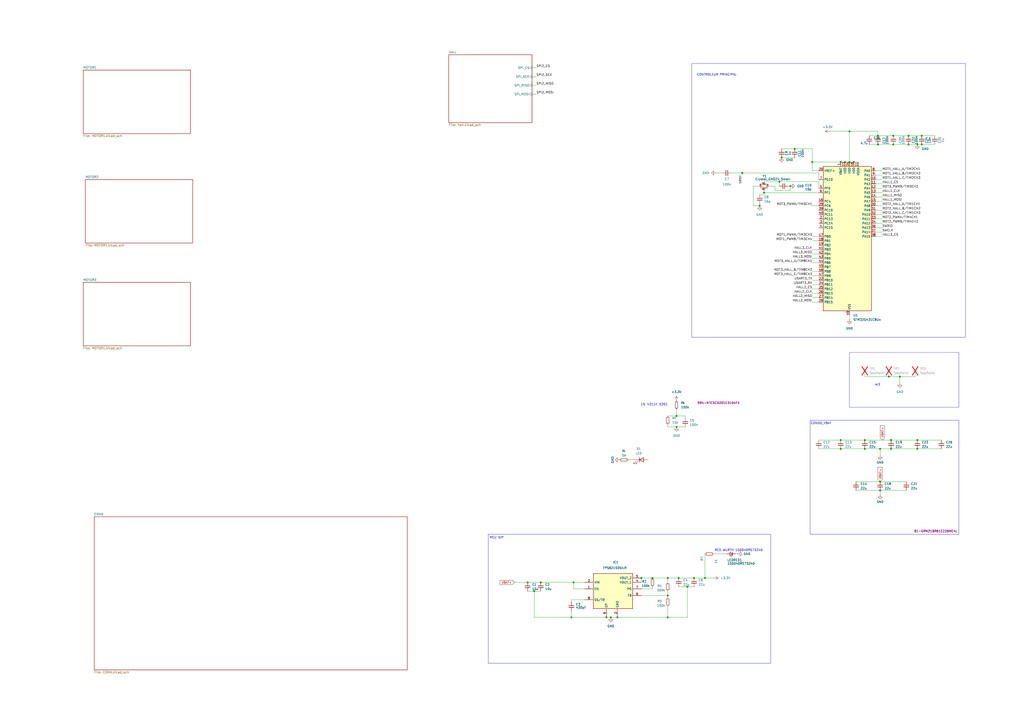
<source format=kicad_sch>
(kicad_sch (version 20250114) (generator "eeschema") (generator_version "9.0")
  (paper "A2")
  (lib_symbols
    (symbol "Connector:TestPoint" (pin_numbers (hide yes)) (pin_names (offset 0.762) (hide yes))
      (property "Reference" "TP" (at 0 6.858 0))
      (property "Value" "TestPoint" (at 0 5.08 0))
      (symbol "TestPoint_0_1"
        (circle (center 0 3.302) (radius 0.762))
      )
      (symbol "TestPoint_1_1"
        (pin passive line (at 0 0 90) (length 2.54) (name "1") (number "1"))
      )
    )
    (symbol "Device:C_Small" (pin_numbers (hide yes)) (pin_names (offset 0.254) (hide yes))
      (property "Reference" "C" (at 0.254 1.778 0))
      (property "Value" "C_Small" (at 0.254 -2.032 0))
      (symbol "C_Small_0_1"
        (polyline (pts (xy -1.524 0.508) (xy 1.524 0.508)) (stroke (width 0.3048)))
        (polyline (pts (xy -1.524 -0.508) (xy 1.524 -0.508)) (stroke (width 0.3302)))
      )
      (symbol "C_Small_1_1"
        (pin passive line (at 0 2.54 270) (length 2.032) (name "~") (number "1"))
        (pin passive line (at 0 -2.54 90) (length 2.032) (name "~") (number "2"))
      )
    )
    (symbol "Device:Crystal_GND24_Small" (pin_names (offset 1.016) (hide yes))
      (property "Reference" "Y" (at 1.27 4.445 0))
      (property "Value" "Crystal_GND24_Small" (at 1.27 2.54 0))
      (symbol "Crystal_GND24_Small_0_1"
        (polyline (pts (xy -1.27 1.27) (xy -1.27 1.905) (xy 1.27 1.905) (xy 1.27 1.27)))
        (polyline (pts (xy -1.27 -0.762) (xy -1.27 0.762)) (stroke (width 0.381)))
        (polyline (pts (xy -1.27 -1.27) (xy -1.27 -1.905) (xy 1.27 -1.905) (xy 1.27 -1.27)))
        (rectangle (start -0.762 -1.524) (end 0.762 1.524))
        (polyline (pts (xy 1.27 -0.762) (xy 1.27 0.762)) (stroke (width 0.381)))
      )
      (symbol "Crystal_GND24_Small_1_1"
        (pin passive line (at -2.54 0 0) (length 1.27) (name "1") (number "1"))
        (pin passive line (at 0 2.54 270) (length 0.635) (name "4") (number "4"))
        (pin passive line (at 0 -2.54 90) (length 0.635) (name "2") (number "2"))
        (pin passive line (at 2.54 0 180) (length 1.27) (name "3") (number "3"))
      )
    )
    (symbol "Device:LED" (pin_numbers (hide yes)) (pin_names (offset 1.016) (hide yes))
      (property "Reference" "D" (at 0 2.54 0))
      (property "Value" "LED" (at 0 -2.54 0))
      (symbol "LED_0_1"
        (polyline (pts (xy -3.048 -0.762) (xy -4.572 -2.286) (xy -3.81 -2.286) (xy -4.572 -2.286) (xy -4.572 -1.524)))
        (polyline (pts (xy -1.778 -0.762) (xy -3.302 -2.286) (xy -2.54 -2.286) (xy -3.302 -2.286) (xy -3.302 -1.524)))
        (polyline (pts (xy -1.27 0) (xy 1.27 0)))
        (polyline (pts (xy -1.27 -1.27) (xy -1.27 1.27)) (stroke (width 0.254)))
        (polyline (pts (xy 1.27 -1.27) (xy 1.27 1.27) (xy -1.27 0) (xy 1.27 -1.27)) (stroke (width 0.254)))
      )
      (symbol "LED_1_1"
        (pin passive line (at -3.81 0 0) (length 2.54) (name "K") (number "1"))
        (pin passive line (at 3.81 0 180) (length 2.54) (name "A") (number "2"))
      )
    )
    (symbol "Device:R_Small" (pin_numbers (hide yes)) (pin_names (offset 0.254) (hide yes))
      (property "Reference" "R" (at 0 0 90))
      (property "Value" "R_Small" (at 1.778 0 90))
      (symbol "R_Small_0_1"
        (rectangle (start -0.762 1.778) (end 0.762 -1.778) (stroke (width 0.2032)))
      )
      (symbol "R_Small_1_1"
        (pin passive line (at 0 2.54 270) (length 0.762) (name "~") (number "1"))
        (pin passive line (at 0 -2.54 90) (length 0.762) (name "~") (number "2"))
      )
    )
    (symbol "LED_Small_2" (pin_numbers (hide yes)) (pin_names (offset 0.254) (hide yes))
      (property "Reference" "D" (at -1.27 3.175 0))
      (property "Value" "LED_Small" (at -4.445 -2.54 0))
      (symbol "LED_Small_2_0_1"
        (polyline (pts (xy -0.762 -1.016) (xy -0.762 1.016)) (stroke (width 0.254)))
        (polyline (pts (xy 0 0.762) (xy -0.508 1.27) (xy -0.254 1.27) (xy -0.508 1.27) (xy -0.508 1.016)))
        (polyline (pts (xy 0.508 1.27) (xy 0 1.778) (xy 0.254 1.778) (xy 0 1.778) (xy 0 1.524)))
        (polyline (pts (xy 0.762 -1.016) (xy -0.762 0) (xy 0.762 1.016) (xy 0.762 -1.016)) (stroke (width 0.254)))
        (polyline (pts (xy 1.016 0) (xy -0.762 0)))
      )
      (symbol "LED_Small_2_1_1"
        (pin passive line (at -2.54 0 0) (length 1.778) (name "K") (number "1"))
        (pin passive line (at 2.54 0 180) (length 1.778) (name "A") (number "2"))
      )
    )
    (symbol "MCU_ST_STM32G4:STM32G431CBUx"
      (property "Reference" "U" (at -12.7 44.45 0))
      (property "Value" "STM32G431CBUx" (at 10.16 44.45 0))
      (symbol "STM32G431CBUx_0_1"
        (rectangle (start -12.7 -40.64) (end 15.24 43.18) (stroke (width 0.254)) (fill (type background)))
      )
      (symbol "STM32G431CBUx_1_1"
        (pin input line (at -15.24 40.64 0) (length 2.54) (name "VREF+") (number "20"))
        (pin bidirectional line (at -15.24 35.56 0) (length 2.54) (name "PG10") (number "7"))
        (pin bidirectional line (at -15.24 30.48 0) (length 2.54) (name "PF0") (number "5"))
        (pin bidirectional line (at -15.24 27.94 0) (length 2.54) (name "PF1") (number "6"))
        (pin bidirectional line (at -15.24 22.86 0) (length 2.54) (name "PC4") (number "16"))
        (pin bidirectional line (at -15.24 20.32 0) (length 2.54) (name "PC6") (number "29"))
        (pin bidirectional line (at -15.24 17.78 0) (length 2.54) (name "PC10") (number "39"))
        (pin bidirectional line (at -15.24 15.24 0) (length 2.54) (name "PC11") (number "40"))
        (pin bidirectional line (at -15.24 12.7 0) (length 2.54) (name "PC13") (number "2"))
        (pin bidirectional line (at -15.24 10.16 0) (length 2.54) (name "PC14") (number "3"))
        (pin bidirectional line (at -15.24 7.62 0) (length 2.54) (name "PC15") (number "4"))
        (pin bidirectional line (at -15.24 2.54 0) (length 2.54) (name "PB0") (number "17"))
        (pin bidirectional line (at -15.24 0 0) (length 2.54) (name "PB1") (number "18"))
        (pin bidirectional line (at -15.24 -2.54 0) (length 2.54) (name "PB2") (number "19"))
        (pin bidirectional line (at -15.24 -5.08 0) (length 2.54) (name "PB3") (number "41"))
        (pin bidirectional line (at -15.24 -7.62 0) (length 2.54) (name "PB4") (number "42"))
        (pin bidirectional line (at -15.24 -10.16 0) (length 2.54) (name "PB5") (number "43"))
        (pin bidirectional line (at -15.24 -12.7 0) (length 2.54) (name "PB6") (number "44"))
        (pin bidirectional line (at -15.24 -15.24 0) (length 2.54) (name "PB7") (number "45"))
        (pin bidirectional line (at -15.24 -17.78 0) (length 2.54) (name "PB8") (number "46"))
        (pin bidirectional line (at -15.24 -20.32 0) (length 2.54) (name "PB9") (number "47"))
        (pin bidirectional line (at -15.24 -22.86 0) (length 2.54) (name "PB10") (number "22"))
        (pin bidirectional line (at -15.24 -25.4 0) (length 2.54) (name "PB11") (number "24"))
        (pin bidirectional line (at -15.24 -27.94 0) (length 2.54) (name "PB12") (number "25"))
        (pin bidirectional line (at -15.24 -30.48 0) (length 2.54) (name "PB13") (number "26"))
        (pin bidirectional line (at -15.24 -33.02 0) (length 2.54) (name "PB14") (number "27"))
        (pin bidirectional line (at -15.24 -35.56 0) (length 2.54) (name "PB15") (number "28"))
        (pin power_in line (at -2.54 45.72 270) (length 2.54) (name "VBAT") (number "1"))
        (pin power_in line (at 0 45.72 270) (length 2.54) (name "VDD") (number "23"))
        (pin power_in line (at 2.54 45.72 270) (length 2.54) (name "VDD") (number "35"))
        (pin power_in line (at 2.54 -43.18 90) (length 2.54) (name "VSS") (number "49"))
        (pin power_in line (at 5.08 45.72 270) (length 2.54) (name "VDD") (number "48"))
        (pin power_in line (at 7.62 45.72 270) (length 2.54) (name "VDDA") (number "21"))
        (pin bidirectional line (at 17.78 40.64 180) (length 2.54) (name "PA0") (number "8"))
        (pin bidirectional line (at 17.78 38.1 180) (length 2.54) (name "PA1") (number "9"))
        (pin bidirectional line (at 17.78 35.56 180) (length 2.54) (name "PA2") (number "10"))
        (pin bidirectional line (at 17.78 33.02 180) (length 2.54) (name "PA3") (number "11"))
        (pin bidirectional line (at 17.78 30.48 180) (length 2.54) (name "PA4") (number "12"))
        (pin bidirectional line (at 17.78 27.94 180) (length 2.54) (name "PA5") (number "13"))
        (pin bidirectional line (at 17.78 25.4 180) (length 2.54) (name "PA6") (number "14"))
        (pin bidirectional line (at 17.78 22.86 180) (length 2.54) (name "PA7") (number "15"))
        (pin bidirectional line (at 17.78 20.32 180) (length 2.54) (name "PA8") (number "30"))
        (pin bidirectional line (at 17.78 17.78 180) (length 2.54) (name "PA9") (number "31"))
        (pin bidirectional line (at 17.78 15.24 180) (length 2.54) (name "PA10") (number "32"))
        (pin bidirectional line (at 17.78 12.7 180) (length 2.54) (name "PA11") (number "33"))
        (pin bidirectional line (at 17.78 10.16 180) (length 2.54) (name "PA12") (number "34"))
        (pin bidirectional line (at 17.78 7.62 180) (length 2.54) (name "PA13") (number "36"))
        (pin bidirectional line (at 17.78 5.08 180) (length 2.54) (name "PA14") (number "37"))
        (pin bidirectional line (at 17.78 2.54 180) (length 2.54) (name "PA15") (number "38"))
      )
    )
    (symbol "R_Small_1" (pin_numbers (hide yes)) (pin_names (offset 0.254) (hide yes))
      (property "Reference" "R" (at 0 0 90))
      (property "Value" "R_Small" (at 1.778 0 90))
      (symbol "R_Small_1_0_1"
        (rectangle (start -0.762 1.778) (end 0.762 -1.778) (stroke (width 0.2032)))
      )
      (symbol "R_Small_1_1_1"
        (pin passive line (at 0 2.54 270) (length 0.762) (name "~") (number "1"))
        (pin passive line (at 0 -2.54 90) (length 0.762) (name "~") (number "2"))
      )
    )
    (symbol "power:+3.3V" (power) (pin_numbers (hide yes)) (pin_names (offset 0) (hide yes))
      (property "Value" "+3.3V" (at 0 3.556 0))
      (symbol "+3.3V_0_1"
        (polyline (pts (xy -0.762 1.27) (xy 0 2.54)))
        (polyline (pts (xy 0 2.54) (xy 0.762 1.27)))
        (polyline (pts (xy 0 0) (xy 0 2.54)))
      )
      (symbol "+3.3V_1_1"
        (pin power_in line (at 0 0 90) (length 0) (name "~") (number "1"))
      )
    )
    (symbol "power:GND" (power) (pin_numbers (hide yes)) (pin_names (offset 0) (hide yes))
      (property "Value" "GND" (at 0 -3.81 0))
      (symbol "GND_0_1"
        (polyline (pts (xy 0 0) (xy 0 -1.27) (xy 1.27 -1.27) (xy 0 -2.54) (xy -1.27 -1.27) (xy 0 -1.27)))
      )
      (symbol "GND_1_1"
        (pin power_in line (at 0 0 270) (length 0) (name "~") (number "1"))
      )
    )
    (symbol "samacsys:TPS82150SILR"
      (property "Reference" "IC" (at 29.21 7.62 0))
      (property "Value" "TPS82150SILR" (at 29.21 5.08 0))
      (symbol "TPS82150SILR_1_1"
        (rectangle (start 3.81 5.08) (end 26.67 -15.24) (stroke (width 0.254)) (fill (type background)))
        (pin passive line (at -1.27 0 0) (length 5.08) (name "VIN") (number "2"))
        (pin passive line (at -1.27 -3.81 0) (length 5.08) (name "EN") (number "1"))
        (pin passive line (at -1.27 -10.16 0) (length 5.08) (name "SS/TR") (number "8"))
        (pin passive line (at 11.43 -20.32 90) (length 5.08) (name "EP") (number "9"))
        (pin passive line (at 17.78 -20.32 90) (length 5.08) (name "GND") (number "3"))
        (pin passive line (at 31.75 2.54 180) (length 5.08) (name "VOUT_2") (number "5"))
        (pin passive line (at 31.75 0 180) (length 5.08) (name "VOUT_1") (number "4"))
        (pin passive line (at 31.75 -3.81 180) (length 5.08) (name "PG") (number "7"))
        (pin passive line (at 31.75 -7.62 180) (length 5.08) (name "FB") (number "6"))
      )
    )
  )
  (rectangle (start 401.32 36.83) (end 560.07 195.58))
  (rectangle (start 492.76 204.47) (end 556.26 236.22))
  (rectangle (start 283.21 309.88) (end 447.04 384.81))
  (rectangle (start 469.9 243.84) (end 556.26 309.88))
  (text "RED WURTH 150040RS73240" (at 428.498 319.278 0) (effects (font (size 1.27 1.27))))
  (text "1% 4311K 0201" (at 379.476 234.696 0) (effects (font (size 1.27 1.27))))
  (text "CONDO_VBAT" (at 476.25 245.618 0) (effects (font (size 1.27 1.27))))
  (text "MCU SIP\n" (at 288.036 311.912 0) (effects (font (size 1.27 1.27))))
  (text "m3\n" (at 509.016 223.266 0) (effects (font (size 1.27 1.27))))
  (text "CONTROLEUR PRINCIPAL" (at 415.798 43.434 0) (effects (font (size 1.27 1.27))))
  (junction (at 492.76 93.98))
  (junction (at 532.13 83.82))
  (junction (at 487.68 93.98))
  (junction (at 402.59 335.28))
  (junction (at 453.39 91.44))
  (junction (at 309.88 342.9))
  (junction (at 495.3 93.98))
  (junction (at 518.16 78.74))
  (junction (at 501.65 255.27))
  (junction (at 516.89 255.27))
  (junction (at 501.65 260.35))
  (junction (at 461.01 86.36))
  (junction (at 331.47 358.14))
  (junction (at 332.74 337.82))
  (junction (at 527.05 78.74))
  (junction (at 387.35 335.28))
  (junction (at 532.13 260.35))
  (junction (at 440.69 119.38))
  (junction (at 452.12 105.41))
  (junction (at 387.35 358.14))
  (junction (at 510.54 260.35))
  (junction (at 458.47 107.95))
  (junction (at 408.94 335.28))
  (junction (at 306.07 337.82))
  (junction (at 351.79 358.14))
  (junction (at 392.43 247.65))
  (junction (at 443.23 111.76))
  (junction (at 372.11 335.28))
  (junction (at 490.22 93.98))
  (junction (at 510.54 284.48))
  (junction (at 515.62 218.44))
  (junction (at 516.89 260.35))
  (junction (at 527.05 83.82))
  (junction (at 534.67 83.82))
  (junction (at 378.46 335.28))
  (junction (at 534.67 78.74))
  (junction (at 387.35 345.44))
  (junction (at 509.27 78.74))
  (junction (at 518.16 83.82))
  (junction (at 393.7 335.28))
  (junction (at 487.68 260.35))
  (junction (at 509.27 83.82))
  (junction (at 532.13 255.27))
  (junction (at 354.33 358.14))
  (junction (at 398.78 340.36))
  (junction (at 487.68 255.27))
  (junction (at 392.43 241.3))
  (junction (at 358.14 358.14))
  (junction (at 313.69 337.82))
  (junction (at 492.76 76.2))
  (junction (at 471.17 93.98))
  (junction (at 521.97 218.44))
  (junction (at 430.53 100.33))
  (junction (at 510.54 279.4))
  (wire (pts (xy 471.17 119.38) (xy 474.98 119.38)))
  (wire (pts (xy 510.54 260.35) (xy 510.54 264.16)))
  (wire (pts (xy 372.11 341.63) (xy 378.46 341.63)))
  (wire (pts (xy 402.59 335.28) (xy 408.94 335.28)))
  (wire (pts (xy 471.17 162.56) (xy 474.98 162.56)))
  (wire (pts (xy 408.94 335.28) (xy 414.02 335.28)))
  (wire (pts (xy 443.23 111.76) (xy 443.23 110.49)))
  (wire (pts (xy 471.17 172.72) (xy 474.98 172.72)))
  (wire (pts (xy 511.81 119.38) (xy 508 119.38)))
  (wire (pts (xy 510.54 284.48) (xy 525.78 284.48)))
  (wire (pts (xy 311.15 54.61) (xy 308.61 54.61)))
  (wire (pts (xy 495.3 93.98) (xy 497.84 93.98)))
  (wire (pts (xy 511.81 137.16) (xy 508 137.16)))
  (wire (pts (xy 492.76 182.88) (xy 492.76 185.42)))
  (wire (pts (xy 378.46 341.63) (xy 378.46 340.36)))
  (wire (pts (xy 471.17 93.98) (xy 487.68 93.98)))
  (wire (pts (xy 306.07 337.82) (xy 313.69 337.82)))
  (wire (pts (xy 511.81 114.3) (xy 508 114.3)))
  (wire (pts (xy 415.29 100.33) (xy 419.1 100.33)))
  (wire (pts (xy 311.15 39.37) (xy 308.61 39.37)))
  (wire (pts (xy 508 132.08) (xy 511.81 132.08)))
  (wire (pts (xy 515.62 218.44) (xy 521.97 218.44)))
  (wire (pts (xy 364.49 266.7) (xy 368.3 266.7)))
  (wire (pts (xy 501.65 260.35) (xy 510.54 260.35)))
  (wire (pts (xy 443.23 111.76) (xy 474.98 111.76)))
  (wire (pts (xy 474.98 105.41) (xy 474.98 109.22)))
  (wire (pts (xy 398.78 340.36) (xy 398.78 358.14)))
  (wire (pts (xy 471.17 167.64) (xy 474.98 167.64)))
  (wire (pts (xy 527.05 83.82) (xy 532.13 83.82)))
  (wire (pts (xy 372.11 335.28) (xy 372.11 337.82)))
  (wire (pts (xy 398.78 340.36) (xy 393.7 340.36)))
  (wire (pts (xy 372.11 335.28) (xy 378.46 335.28)))
  (wire (pts (xy 387.35 345.44) (xy 387.35 346.71)))
  (wire (pts (xy 440.69 107.95) (xy 436.88 107.95)))
  (wire (pts (xy 387.35 246.38) (xy 387.35 247.65)))
  (wire (pts (xy 308.61 44.45) (xy 311.15 44.45)))
  (wire (pts (xy 532.13 255.27) (xy 546.1 255.27)))
  (wire (pts (xy 471.17 170.18) (xy 474.98 170.18)))
  (wire (pts (xy 387.35 335.28) (xy 387.35 337.82)))
  (wire (pts (xy 309.88 342.9) (xy 313.69 342.9)))
  (wire (pts (xy 354.33 358.14) (xy 358.14 358.14)))
  (wire (pts (xy 510.54 260.35) (xy 516.89 260.35)))
  (wire (pts (xy 471.17 149.86) (xy 474.98 149.86)))
  (wire (pts (xy 481.33 76.2) (xy 492.76 76.2)))
  (wire (pts (xy 313.69 337.82) (xy 332.74 337.82)))
  (wire (pts (xy 532.13 260.35) (xy 546.1 260.35)))
  (wire (pts (xy 509.27 76.2) (xy 509.27 78.74)))
  (wire (pts (xy 516.89 255.27) (xy 532.13 255.27)))
  (wire (pts (xy 424.18 100.33) (xy 430.53 100.33)))
  (wire (pts (xy 492.76 93.98) (xy 495.3 93.98)))
  (wire (pts (xy 511.81 106.68) (xy 508 106.68)))
  (wire (pts (xy 471.17 160.02) (xy 474.98 160.02)))
  (wire (pts (xy 445.77 107.95) (xy 449.58 107.95)))
  (wire (pts (xy 518.16 78.74) (xy 527.05 78.74)))
  (wire (pts (xy 430.53 101.6) (xy 430.53 100.33)))
  (wire (pts (xy 511.81 109.22) (xy 508 109.22)))
  (wire (pts (xy 443.23 113.03) (xy 443.23 111.76)))
  (wire (pts (xy 458.47 110.49) (xy 458.47 107.95)))
  (wire (pts (xy 504.19 83.82) (xy 509.27 83.82)))
  (wire (pts (xy 331.47 358.14) (xy 351.79 358.14)))
  (wire (pts (xy 532.13 83.82) (xy 534.67 83.82)))
  (wire (pts (xy 426.72 321.31) (xy 427.99 321.31)))
  (wire (pts (xy 487.68 260.35) (xy 501.65 260.35)))
  (wire (pts (xy 331.47 347.98) (xy 339.09 347.98)))
  (wire (pts (xy 331.47 354.33) (xy 331.47 358.14)))
  (wire (pts (xy 436.88 107.95) (xy 436.88 119.38)))
  (wire (pts (xy 511.81 129.54) (xy 508 129.54)))
  (wire (pts (xy 534.67 78.74) (xy 542.29 78.74)))
  (wire (pts (xy 511.81 104.14) (xy 508 104.14)))
  (wire (pts (xy 471.17 147.32) (xy 474.98 147.32)))
  (wire (pts (xy 309.88 358.14) (xy 309.88 342.9)))
  (wire (pts (xy 449.58 110.49) (xy 458.47 110.49)))
  (wire (pts (xy 351.79 358.14) (xy 354.33 358.14)))
  (wire (pts (xy 393.7 335.28) (xy 402.59 335.28)))
  (wire (pts (xy 387.35 345.44) (xy 387.35 342.9)))
  (wire (pts (xy 527.05 78.74) (xy 534.67 78.74)))
  (wire (pts (xy 471.17 157.48) (xy 474.98 157.48)))
  (wire (pts (xy 510.54 284.48) (xy 510.54 287.02)))
  (wire (pts (xy 511.81 99.06) (xy 508 99.06)))
  (wire (pts (xy 510.54 279.4) (xy 525.78 279.4)))
  (wire (pts (xy 387.35 335.28) (xy 393.7 335.28)))
  (wire (pts (xy 449.58 107.95) (xy 449.58 110.49)))
  (wire (pts (xy 408.94 321.31) (xy 408.94 335.28)))
  (wire (pts (xy 521.97 218.44) (xy 521.97 222.25)))
  (wire (pts (xy 501.65 255.27) (xy 516.89 255.27)))
  (wire (pts (xy 414.02 321.31) (xy 421.64 321.31)))
  (wire (pts (xy 471.17 137.16) (xy 474.98 137.16)))
  (wire (pts (xy 358.14 358.14) (xy 387.35 358.14)))
  (wire (pts (xy 490.22 93.98) (xy 492.76 93.98)))
  (wire (pts (xy 471.17 152.4) (xy 474.98 152.4)))
  (wire (pts (xy 309.88 358.14) (xy 331.47 358.14)))
  (wire (pts (xy 474.98 99.06) (xy 471.17 99.06)))
  (wire (pts (xy 471.17 139.7) (xy 474.98 139.7)))
  (wire (pts (xy 331.47 349.25) (xy 331.47 347.98)))
  (wire (pts (xy 387.35 358.14) (xy 387.35 351.79)))
  (wire (pts (xy 509.27 83.82) (xy 518.16 83.82)))
  (wire (pts (xy 471.17 86.36) (xy 461.01 86.36)))
  (wire (pts (xy 492.76 76.2) (xy 492.76 93.98)))
  (wire (pts (xy 457.2 107.95) (xy 458.47 107.95)))
  (wire (pts (xy 392.43 241.3) (xy 392.43 237.49)))
  (wire (pts (xy 452.12 105.41) (xy 452.12 107.95)))
  (wire (pts (xy 440.69 113.03) (xy 443.23 113.03)))
  (wire (pts (xy 511.81 116.84) (xy 508 116.84)))
  (wire (pts (xy 453.39 91.44) (xy 461.01 91.44)))
  (wire (pts (xy 387.35 247.65) (xy 392.43 247.65)))
  (wire (pts (xy 487.68 255.27) (xy 501.65 255.27)))
  (wire (pts (xy 392.43 247.65) (xy 397.51 247.65)))
  (wire (pts (xy 402.59 340.36) (xy 398.78 340.36)))
  (wire (pts (xy 471.17 99.06) (xy 471.17 93.98)))
  (wire (pts (xy 474.98 255.27) (xy 487.68 255.27)))
  (wire (pts (xy 332.74 341.63) (xy 332.74 337.82)))
  (wire (pts (xy 471.17 144.78) (xy 474.98 144.78)))
  (wire (pts (xy 511.81 111.76) (xy 508 111.76)))
  (wire (pts (xy 443.23 105.41) (xy 452.12 105.41)))
  (wire (pts (xy 397.51 241.3) (xy 392.43 241.3)))
  (wire (pts (xy 311.15 49.53) (xy 308.61 49.53)))
  (wire (pts (xy 511.81 121.92) (xy 508 121.92)))
  (wire (pts (xy 378.46 335.28) (xy 387.35 335.28)))
  (wire (pts (xy 496.57 279.4) (xy 510.54 279.4)))
  (wire (pts (xy 471.17 175.26) (xy 474.98 175.26)))
  (wire (pts (xy 436.88 119.38) (xy 440.69 119.38)))
  (wire (pts (xy 487.68 93.98) (xy 490.22 93.98)))
  (wire (pts (xy 453.39 86.36) (xy 461.01 86.36)))
  (wire (pts (xy 511.81 127) (xy 508 127)))
  (wire (pts (xy 306.07 342.9) (xy 309.88 342.9)))
  (wire (pts (xy 298.45 337.82) (xy 306.07 337.82)))
  (wire (pts (xy 516.89 260.35) (xy 532.13 260.35)))
  (wire (pts (xy 518.16 83.82) (xy 527.05 83.82)))
  (wire (pts (xy 474.98 260.35) (xy 487.68 260.35)))
  (wire (pts (xy 534.67 83.82) (xy 542.29 83.82)))
  (wire (pts (xy 511.81 124.46) (xy 508 124.46)))
  (wire (pts (xy 397.51 241.3) (xy 397.51 242.57)))
  (wire (pts (xy 521.97 218.44) (xy 530.86 218.44)))
  (wire (pts (xy 509.27 78.74) (xy 518.16 78.74)))
  (wire (pts (xy 496.57 284.48) (xy 510.54 284.48)))
  (wire (pts (xy 504.19 78.74) (xy 509.27 78.74)))
  (wire (pts (xy 372.11 345.44) (xy 387.35 345.44)))
  (wire (pts (xy 440.69 118.11) (xy 440.69 119.38)))
  (wire (pts (xy 471.17 93.98) (xy 471.17 86.36)))
  (wire (pts (xy 387.35 241.3) (xy 392.43 241.3)))
  (wire (pts (xy 511.81 101.6) (xy 508 101.6)))
  (wire (pts (xy 492.76 76.2) (xy 509.27 76.2)))
  (wire (pts (xy 332.74 337.82) (xy 339.09 337.82)))
  (wire (pts (xy 452.12 105.41) (xy 474.98 105.41)))
  (wire (pts (xy 501.65 218.44) (xy 515.62 218.44)))
  (wire (pts (xy 474.98 100.33) (xy 474.98 104.14)))
  (wire (pts (xy 398.78 358.14) (xy 387.35 358.14)))
  (wire (pts (xy 430.53 100.33) (xy 474.98 100.33)))
  (wire (pts (xy 511.81 134.62) (xy 508 134.62)))
  (wire (pts (xy 471.17 165.1) (xy 474.98 165.1)))
  (wire (pts (xy 339.09 341.63) (xy 332.74 341.63)))
  (label "HALL1_MISO" (at 511.81 114.3 0))
  (label "SPI2_MISO" (at 311.15 49.53 0))
  (label "HALL1_MOSI" (at 511.81 116.84 0))
  (label "MOT2_HALL_B{slash}TIM1CH2" (at 511.81 121.92 0))
  (label "HALL1_CS" (at 511.81 106.68 0))
  (label "SPI2_MOSI" (at 311.15 54.61 0))
  (label "MOT1_HALL_B{slash}TIM2CH2" (at 511.81 101.6 0))
  (label "MOT2_PWMA{slash}TIM4CH1" (at 511.81 127 0))
  (label "MOT1_PWMB{slash}TIM3CH4" (at 471.17 139.7 180))
  (label "MOT3_HALL_A{slash}TIM8CH1" (at 471.17 152.4 180))
  (label "HALL2_CLK" (at 471.17 170.18 180))
  (label "HALL2_CS" (at 471.17 167.64 180))
  (label "HALL2_MISO" (at 471.17 172.72 180))
  (label "MOT3_HALL_C{slash}TIM8CH3" (at 471.17 160.02 180))
  (label "MOT3_PWMB{slash}TIM3CH2" (at 511.81 109.22 0))
  (label "SPI2_CS" (at 311.15 39.37 0))
  (label "HALL3_CLK" (at 471.17 144.78 180))
  (label "HALL3_MISO" (at 471.17 147.32 180))
  (label "MOT1_HALL_C{slash}TIM2CH3" (at 511.81 104.14 0))
  (label "USART3_RX" (at 471.17 165.1 180))
  (label "HALL1_CLK" (at 511.81 111.76 0))
  (label "MOT1_HALL_A{slash}TIM2CH1" (at 511.81 99.06 0))
  (label "MOT3_PWMA{slash}TIM3CH1" (at 471.17 119.38 180))
  (label "SWCLK" (at 511.81 134.62 0))
  (label "SWDIO" (at 511.81 132.08 0))
  (label "NRST" (at 430.53 101.6 270))
  (label "USART3_TX" (at 471.17 162.56 180))
  (label "HALL2_MOSI" (at 471.17 175.26 180))
  (label "MOT2_PWMB{slash}TIM4CH2" (at 511.81 129.54 0))
  (label "SPI2_SCK" (at 311.15 44.45 0))
  (label "HALL3_MOSI" (at 471.17 149.86 180))
  (label "MOT1_PWMA{slash}TIM3CH3" (at 471.17 137.16 180))
  (label "HALL3_CS" (at 511.81 137.16 0))
  (label "MOT3_HALL_B{slash}TIM8CH2" (at 471.17 157.48 180))
  (label "MOT2_HALL_C{slash}TIM1CH3" (at 511.81 124.46 0))
  (label "MOT2_HALL_A{slash}TIM1CH1" (at 511.81 119.38 0))
  (global_label "VBAT+" (shape input) (at 510.54 279.4 90) (property "Intersheetrefs" "${INTERSHEET_REFS}" (effects (hide yes))))
  (global_label "VBAT+" (shape input) (at 511.81 255.27 90) (property "Intersheetrefs" "${INTERSHEET_REFS}" (effects (hide yes))))
  (global_label "VBAT+" (shape input) (at 298.45 337.82 180) (property "Intersheetrefs" "${INTERSHEET_REFS}" (effects (hide yes))))
  (symbol (lib_id "power:GND") (at 440.69 119.38 0) (unit 1)
    (property "Reference" "#PWR08" (effects (hide yes)))
    (property "Value" "GND" (at 440.69 124.46 0))
    (property "Description" "Power symbol creates a global label with name \"GND\" , ground" (effects (hide yes)))
  )
  (symbol (lib_id "power:GND") (at 415.29 100.33 270) (unit 1)
    (property "Reference" "#PWR05" (effects (hide yes)))
    (property "Value" "GND" (at 411.48 100.3299 90) (effects (justify right)))
    (property "Description" "Power symbol creates a global label with name \"GND\" , ground" (effects (hide yes)))
  )
  (symbol (lib_id "power:GND") (at 359.41 266.7 270) (unit 1)
    (property "Reference" "#PWR02" (effects (hide yes)))
    (property "Value" "GND" (at 355.346 266.7 0))
    (property "Description" "Power symbol creates a global label with name \"GND\" , ground" (effects (hide yes)))
  )
  (symbol (lib_id "Connector:TestPoint") (at 515.62 218.44 0) (unit 1) (dnp yes)
    (property "Reference" "TP2" (at 518.16 213.8679 0) (effects (justify left)))
    (property "Value" "TestPoint" (at 518.16 216.4079 0) (effects (justify left)))
    (property "Footprint" "samacsys:m3test" (effects (hide yes)))
    (property "Description" "test point" (effects (hide yes)))
  )
  (symbol (lib_id "Device:R_Small") (at 361.95 266.7 90) (unit 1)
    (property "Reference" "R1" (at 361.95 261.62 90) (effects (font (size 1.016 1.016))))
    (property "Value" "1k" (at 361.95 264.16 90))
    (property "Footprint" "Resistor_SMD:R_0201_0603Metric_Pad0.64x0.40mm_HandSolder" (effects (hide yes)))
    (property "Description" "Resistor, small symbol" (effects (hide yes)))
  )
  (symbol (lib_id "Connector:TestPoint") (at 530.86 218.44 0) (unit 1) (dnp yes)
    (property "Reference" "TP3" (at 533.4 213.8679 0) (effects (justify left)))
    (property "Value" "TestPoint" (at 533.4 216.4079 0) (effects (justify left)))
    (property "Footprint" "samacsys:m3test" (effects (hide yes)))
    (property "Description" "test point" (effects (hide yes)))
  )
  (symbol (lib_id "power:GND") (at 354.33 358.14 0) (unit 1)
    (property "Reference" "#PWR01" (effects (hide yes)))
    (property "Value" "GND" (at 354.33 363.22 0))
    (property "Description" "Power symbol creates a global label with name \"GND\" , ground" (effects (hide yes)))
  )
  (symbol (lib_id "Device:C_Small") (at 510.54 281.94 0) (unit 1)
    (property "Reference" "C18" (at 513.08 280.6762 0) (effects (justify left)))
    (property "Value" "22u" (at 513.08 283.2162 0) (effects (justify left)))
    (property "Footprint" "Capacitor_SMD:C_0805_2012Metric" (effects (hide yes)))
    (property "Description" "GRM21BR61A476ME15" (effects (hide yes)))
    (property "Manufacturer_Part_Number" "GRM21BR61E226ME4L" (effects (hide yes)))
    (property "Mouser Part Number" "81-GRM21BR61E226ME4L" (effects (hide yes)))
  )
  (symbol (lib_id "Device:C_Small") (at 306.07 340.36 0) (unit 1)
    (property "Reference" "C1" (at 308.61 339.0962 0) (effects (justify left)))
    (property "Value" "10u" (at 308.61 341.6362 0) (effects (justify left)))
    (property "Footprint" "Capacitor_SMD:C_0603_1608Metric" (effects (hide yes)))
    (property "Description" "Unpolarized capacitor, small symbol" (effects (hide yes)))
    (property "Manufacturer_Part_Number" "885012105012 " (effects (hide yes)))
    (property "Mouser Part Number" "710-885012105012 " (effects (hide yes)))
    (property "Manufacturer_Name" "Wurth Elektronik" (effects (hide yes)))
  )
  (symbol (lib_id "power:+3.3V") (at 414.02 335.28 270) (unit 1)
    (property "Reference" "#PWR06" (effects (hide yes)))
    (property "Value" "+3.3V" (at 417.83 335.2799 90) (effects (justify left)))
    (property "Description" "Power symbol creates a global label with name \"+3.3V\"" (effects (hide yes)))
  )
  (symbol (lib_id "Device:C_Small") (at 454.66 107.95 270) (unit 1)
    (property "Reference" "C10" (at 468.884 107.442 90))
    (property "Value" "16p" (at 468.884 109.728 90))
    (property "Footprint" "Capacitor_SMD:C_0402_1005Metric_Pad0.74x0.62mm_HandSolder" (effects (hide yes)))
    (property "Description" "Unpolarized capacitor, small symbol" (effects (hide yes)))
  )
  (symbol (lib_id "Device:C_Small") (at 518.16 81.28 180) (unit 1)
    (property "Reference" "C20" (at 522.224 81.28 90))
    (property "Value" "100n" (at 524.002 81.28 90))
    (property "Footprint" "Capacitor_SMD:C_0402_1005Metric_Pad0.74x0.62mm_HandSolder" (effects (hide yes)))
    (property "Description" "Unpolarized capacitor, small symbol" (effects (hide yes)))
  )
  (symbol (lib_id "power:GND") (at 427.99 321.31 90) (unit 1)
    (property "Reference" "#PWR07" (effects (hide yes)))
    (property "Value" "GND" (at 431.292 321.3099 90) (effects (justify right)))
    (property "Description" "Power symbol creates a global label with name \"GND\" , ground" (effects (hide yes)))
  )
  (symbol (lib_id "Device:C_Small") (at 440.69 115.57 0) (unit 1)
    (property "Reference" "C8" (at 443.23 114.3062 0) (effects (justify left)))
    (property "Value" "16p" (at 443.23 116.8462 0) (effects (justify left)))
    (property "Footprint" "Capacitor_SMD:C_0402_1005Metric_Pad0.74x0.62mm_HandSolder" (effects (hide yes)))
    (property "Description" "Unpolarized capacitor, small symbol" (effects (hide yes)))
  )
  (symbol (lib_id "Device:C_Small") (at 461.01 88.9 180) (unit 1)
    (property "Reference" "C11" (at 463.804 88.9 90))
    (property "Value" "100n" (at 465.582 88.9 90))
    (property "Footprint" "Capacitor_SMD:C_0402_1005Metric_Pad0.74x0.62mm_HandSolder" (effects (hide yes)))
    (property "Description" "Unpolarized capacitor, small symbol" (effects (hide yes)))
  )
  (symbol (lib_id "power:GND") (at 392.43 247.65 0) (unit 1)
    (property "Reference" "#PWR04" (effects (hide yes)))
    (property "Value" "GND" (at 392.43 252.73 0))
    (property "Description" "Power symbol creates a global label with name \"GND\" , ground" (effects (hide yes)))
  )
  (symbol (lib_id "power:GND") (at 458.47 107.95 90) (unit 1)
    (property "Reference" "#PWR010" (effects (hide yes)))
    (property "Value" "GND" (at 462.28 107.9499 90) (effects (justify right)))
    (property "Description" "Power symbol creates a global label with name \"GND\" , ground" (effects (hide yes)))
  )
  (symbol (lib_id "Device:C_Small") (at 516.89 257.81 0) (unit 1)
    (property "Reference" "C19" (at 519.43 256.5462 0) (effects (justify left)))
    (property "Value" "22u" (at 519.43 259.0862 0) (effects (justify left)))
    (property "Footprint" "Capacitor_SMD:C_0805_2012Metric" (effects (hide yes)))
    (property "Description" "GRM21BR61A476ME15" (effects (hide yes)))
    (property "Manufacturer_Part_Number" "GRM21BR61E226ME4L" (effects (hide yes)))
    (property "Mouser Part Number" "81-GRM21BR61E226ME4L" (effects (hide yes)))
  )
  (symbol (lib_id "Device:C_Small") (at 421.64 100.33 270) (unit 1)
    (property "Reference" "C7" (at 421.64 103.886 90))
    (property "Value" "100n" (at 421.64 106.934 90))
    (property "Footprint" "Capacitor_SMD:C_0402_1005Metric_Pad0.74x0.62mm_HandSolder" (effects (hide yes)))
    (property "Description" "Unpolarized capacitor, small symbol" (effects (hide yes)))
  )
  (symbol (lib_id "Device:C_Small") (at 501.65 257.81 0) (unit 1)
    (property "Reference" "C15" (at 504.19 256.5462 0) (effects (justify left)))
    (property "Value" "22u" (at 504.19 259.0862 0) (effects (justify left)))
    (property "Footprint" "Capacitor_SMD:C_0805_2012Metric" (effects (hide yes)))
    (property "Description" "GRM21BR61A476ME15" (effects (hide yes)))
    (property "Manufacturer_Part_Number" "GRM21BR61E226ME4L" (effects (hide yes)))
    (property "Mouser Part Number" "81-GRM21BR61E226ME4L" (at 542.798 308.102 0))
  )
  (symbol (lib_id "Device:C_Small") (at 527.05 81.28 180) (unit 1)
    (property "Reference" "C22" (at 529.844 81.28 90))
    (property "Value" "100n" (at 531.622 81.28 90))
    (property "Footprint" "Capacitor_SMD:C_0402_1005Metric_Pad0.74x0.62mm_HandSolder" (effects (hide yes)))
    (property "Description" "Unpolarized capacitor, small symbol" (effects (hide yes)))
  )
  (symbol (lib_id "Device:C_Small") (at 453.39 88.9 180) (unit 1)
    (property "Reference" "C9" (at 456.184 88.9 90))
    (property "Value" "1u" (at 457.962 88.9 90))
    (property "Footprint" "Capacitor_SMD:C_0402_1005Metric_Pad0.74x0.62mm_HandSolder" (effects (hide yes)))
    (property "Description" "Unpolarized capacitor, small symbol" (effects (hide yes)))
  )
  (symbol (lib_id "Device:C_Small") (at 509.27 81.28 180) (unit 1)
    (property "Reference" "C17" (at 512.826 81.534 90))
    (property "Value" "100n" (at 514.604 81.28 90))
    (property "Footprint" "Capacitor_SMD:C_0402_1005Metric_Pad0.74x0.62mm_HandSolder" (effects (hide yes)))
    (property "Description" "Unpolarized capacitor, small symbol" (effects (hide yes)))
  )
  (symbol (lib_id "Device:C_Small") (at 313.69 340.36 0) (unit 1)
    (property "Reference" "C2" (at 316.23 339.0962 0) (effects (justify left)))
    (property "Value" "10u" (at 316.23 341.6362 0) (effects (justify left)))
    (property "Footprint" "Capacitor_SMD:C_0603_1608Metric" (effects (hide yes)))
    (property "Description" "Unpolarized capacitor, small symbol" (effects (hide yes)))
    (property "Manufacturer_Part_Number" "885012105012 " (effects (hide yes)))
    (property "Mouser Part Number" "710-885012105012 " (effects (hide yes)))
    (property "Manufacturer_Name" "Wurth Elektronik" (effects (hide yes)))
  )
  (symbol (lib_id "Device:R_Small") (at 411.48 321.31 90) (unit 1)
    (property "Reference" "R7" (at 407.162 325.374 0) (effects (justify left)))
    (property "Value" "1k" (at 415.29 326.898 0) (effects (justify left)))
    (property "Footprint" "Resistor_SMD:R_0201_0603Metric" (effects (hide yes)))
    (property "Description" "Resistor, small symbol" (effects (hide yes)))
    (property "Manufacturer_Part_Number" "ERJ-1GNF1001C" (effects (hide yes)))
    (property "Mouser Part Number" " 667-ERJ-1GNF1001C" (effects (hide yes)))
    (property "Manufacturer_Name" "Panasonic" (effects (hide yes)))
  )
  (symbol (lib_id "Device:R_Small") (at 387.35 349.25 0) (unit 1)
    (property "Reference" "R5" (at 381.254 348.742 0) (effects (justify left)))
    (property "Value" "100k" (at 381 351.282 0) (effects (justify left)))
    (property "Footprint" "Resistor_SMD:R_0201_0603Metric" (effects (hide yes)))
    (property "Description" "Resistor, small symbol" (effects (hide yes)))
  )
  (symbol (lib_id "Device:C_Small") (at 542.29 81.28 180) (unit 1)
    (property "Reference" "C25" (at 545.084 81.28 90))
    (property "Value" "1u" (at 546.862 81.28 90))
    (property "Footprint" "Capacitor_SMD:C_0402_1005Metric_Pad0.74x0.62mm_HandSolder" (effects (hide yes)))
    (property "Description" "Unpolarized capacitor, small symbol" (effects (hide yes)))
  )
  (symbol (lib_id "power:GND") (at 521.97 222.25 0) (unit 1)
    (property "Reference" "#PWR015" (effects (hide yes)))
    (property "Value" "GND" (at 521.97 227.33 0))
    (property "Description" "Power symbol creates a global label with name \"GND\" , ground" (effects (hide yes)))
  )
  (symbol (lib_id "Device:C_Small") (at 331.47 351.79 0) (unit 1)
    (property "Reference" "C3" (at 334.01 350.5262 0) (effects (justify left)))
    (property "Value" "430pF" (at 334.01 352.425 0) (effects (justify left)))
    (property "Footprint" "Capacitor_SMD:C_0201_0603Metric" (effects (hide yes)))
    (property "Description" "Unpolarized capacitor, small symbol" (effects (hide yes)))
  )
  (symbol (lib_id "Device:C_Small") (at 532.13 257.81 0) (unit 1)
    (property "Reference" "C23" (at 534.67 256.5462 0) (effects (justify left)))
    (property "Value" "22u" (at 534.67 259.0862 0) (effects (justify left)))
    (property "Footprint" "Capacitor_SMD:C_0805_2012Metric" (effects (hide yes)))
    (property "Description" "GRM21BR61A476ME15" (effects (hide yes)))
    (property "Manufacturer_Part_Number" "GRM21BR61E226ME4L" (effects (hide yes)))
    (property "Mouser Part Number" "81-GRM21BR61E226ME4L" (effects (hide yes)))
  )
  (symbol (lib_id "power:+3.3V") (at 481.33 76.2 90) (unit 1)
    (property "Reference" "#PWR011" (effects (hide yes)))
    (property "Value" "+3.3V" (at 480.06 73.66 90))
    (property "Description" "Power symbol creates a global label with name \"+3.3V\"" (effects (hide yes)))
  )
  (symbol (lib_id "Device:C_Small") (at 525.78 281.94 0) (unit 1)
    (property "Reference" "C21" (at 528.32 280.6762 0) (effects (justify left)))
    (property "Value" "22u" (at 528.32 283.2162 0) (effects (justify left)))
    (property "Footprint" "Capacitor_SMD:C_0805_2012Metric" (effects (hide yes)))
    (property "Description" "GRM21BR61A476ME15" (effects (hide yes)))
    (property "Manufacturer_Part_Number" "GRM21BR61E226ME4L" (effects (hide yes)))
    (property "Mouser Part Number" "81-GRM21BR61E226ME4L" (effects (hide yes)))
  )
  (symbol (lib_id "Device:LED") (at 372.11 266.7 0) (unit 1)
    (property "Reference" "D1" (at 370.5225 260.35 0))
    (property "Value" "LED" (at 370.5225 262.89 0))
    (property "Footprint" "LED_SMD:LED_0402_1005Metric" (effects (hide yes)))
    (property "Description" "Light emitting diode" (effects (hide yes)))
    (property "Sim.Pins" "1=K 2=A" (effects (hide yes)))
  )
  (symbol (lib_id "Device:C_Small") (at 397.51 245.11 0) (unit 1)
    (property "Reference" "C5" (at 400.05 243.8462 0) (effects (justify left)))
    (property "Value" "100n" (at 400.05 246.3862 0) (effects (justify left)))
    (property "Footprint" "Capacitor_SMD:C_0201_0603Metric_Pad0.64x0.40mm_HandSolder" (effects (hide yes)))
    (property "Description" "Unpolarized capacitor, small symbol" (effects (hide yes)))
  )
  (symbol (lib_id "Device:R_Small") (at 387.35 243.84 0) (unit 1)
    (property "Reference" "R3" (at 389.89 242.5699 0) (effects (font (size 1.016 1.016)) (justify left)))
    (property "Value" "15k" (at 389.89 245.1099 0) (effects (justify left)))
    (property "Footprint" "Resistor_SMD:R_0201_0603Metric_Pad0.64x0.40mm_HandSolder" (effects (hide yes)))
    (property "Description" "Resistor, small symbol" (effects (hide yes)))
  )
  (symbol (lib_id "Device:C_Small") (at 496.57 281.94 0) (unit 1)
    (property "Reference" "C14" (at 499.11 280.6762 0) (effects (justify left)))
    (property "Value" "22u" (at 499.11 283.2162 0) (effects (justify left)))
    (property "Footprint" "Capacitor_SMD:C_0805_2012Metric" (effects (hide yes)))
    (property "Description" "GRM21BR61A476ME15" (effects (hide yes)))
    (property "Manufacturer_Part_Number" "GRM21BR61E226ME4L" (effects (hide yes)))
    (property "Mouser Part Number" "81-GRM21BR61E226ME4L" (effects (hide yes)))
  )
  (symbol (lib_name "R_Small_1") (lib_id "Device:R_Small") (at 387.35 340.36 0) (unit 1)
    (property "Reference" "R4" (at 381.254 339.852 0) (effects (justify left)))
    (property "Value" "309k" (at 381 342.392 0) (effects (justify left)))
    (property "Footprint" "Resistor_SMD:R_0201_0603Metric" (effects (hide yes)))
    (property "Description" "Resistor, small symbol" (effects (hide yes)))
  )
  (symbol (lib_id "Device:R_Small") (at 392.43 234.95 0) (unit 1)
    (property "Reference" "R6" (at 394.97 233.6799 0) (effects (font (size 1.016 1.016)) (justify left)))
    (property "Value" "100k" (at 394.97 236.2199 0) (effects (justify left)))
    (property "Footprint" "Resistor_SMD:R_0201_0603Metric_Pad0.64x0.40mm_HandSolder" (effects (hide yes)))
    (property "Description" "Resistor, small symbol" (effects (hide yes)))
    (property "Manufacturer_Part_Number" "NTCSC0201E3104FX" (effects (hide yes)))
    (property "Mouser Part Number" "594-NTCSC0201E3104FX" (at 416.814 233.68 0))
  )
  (symbol (lib_id "power:+3.3V") (at 392.43 232.41 0) (unit 1)
    (property "Reference" "#PWR03" (effects (hide yes)))
    (property "Value" "+3.3V" (at 392.43 227.33 0))
    (property "Description" "Power symbol creates a global label with name \"+3.3V\"" (effects (hide yes)))
  )
  (symbol (lib_id "Device:R_Small") (at 378.46 337.82 0) (unit 1)
    (property "Reference" "R2" (at 372.364 337.312 0) (effects (justify left)))
    (property "Value" "100k" (at 372.11 339.852 0) (effects (justify left)))
    (property "Footprint" "Resistor_SMD:R_0201_0603Metric" (effects (hide yes)))
    (property "Description" "Resistor, small symbol" (effects (hide yes)))
  )
  (symbol (lib_id "Connector:TestPoint") (at 501.65 218.44 0) (unit 1) (dnp yes)
    (property "Reference" "TP1" (at 504.19 213.8679 0) (effects (justify left)))
    (property "Value" "TestPoint" (at 504.19 216.4079 0) (effects (justify left)))
    (property "Footprint" "samacsys:m3test" (effects (hide yes)))
    (property "Description" "test point" (effects (hide yes)))
  )
  (symbol (lib_id "samacsys:TPS82150SILR") (at 340.36 337.82 0) (unit 1)
    (property "Reference" "IC1" (at 357.124 326.136 0))
    (property "Value" "TPS82150SILR" (at 356.616 329.438 0))
    (property "Footprint" "samacsys2:TPS82130SILT" (effects (hide yes)))
    (property "Datasheet" "https://componentsearchengine.com/Datasheets/2/TPS82150SILR.pdf" (effects (hide yes)))
    (property "Description" "17V Input 1A Synchronous Step-Down Converter MicroSiP Module With Integrated Inductor" (effects (hide yes)))
    (property "Height" "1" (effects (hide yes)))
    (property "Manufacturer_Name" "Texas Instruments" (effects (hide yes)))
    (property "Manufacturer_Part_Number" "TPS82150SILR" (effects (hide yes)))
    (property "Mouser Part Number" "595-TPS82150SILR" (effects (hide yes)))
    (property "Mouser Price/Stock" "https://www.mouser.co.uk/ProductDetail/Texas-Instruments/TPS82150SILR?qs=gt1LBUVyoHksxpRVOmIIkg%3D%3D" (effects (hide yes)))
    (property "Arrow Part Number" "TPS82150SILR" (effects (hide yes)))
    (property "Arrow Price/Stock" "https://www.arrow.com/en/products/tps82150silr/texas-instruments?region=nac" (effects (hide yes)))
  )
  (symbol (lib_id "power:GND") (at 510.54 287.02 0) (unit 1)
    (property "Reference" "#PWR014" (effects (hide yes)))
    (property "Value" "GND" (at 510.54 291.084 0))
    (property "Description" "Power symbol creates a global label with name \"GND\" , ground" (effects (hide yes)))
  )
  (symbol (lib_id "Device:C_Small") (at 402.59 337.82 0) (unit 1)
    (property "Reference" "C6" (at 405.13 336.5562 0) (effects (justify left)))
    (property "Value" "22u" (at 405.13 339.0962 0) (effects (justify left)))
    (property "Footprint" "Capacitor_SMD:C_0603_1608Metric" (effects (hide yes)))
    (property "Description" "Unpolarized capacitor, small symbol" (effects (hide yes)))
    (property "Manufacturer_Part_Number" "885012105012 " (effects (hide yes)))
    (property "Mouser Part Number" "710-885012105012 " (effects (hide yes)))
    (property "Manufacturer_Name" "Wurth Elektronik" (effects (hide yes)))
  )
  (symbol (lib_id "MCU_ST_STM32G4:STM32G431CBUx") (at 490.22 139.7 0) (unit 1)
    (property "Reference" "U1" (at 494.9541 182.88 0) (effects (justify left)))
    (property "Value" "STM32G431CBUx" (at 494.9541 185.42 0) (effects (justify left)))
    (property "Footprint" "Package_DFN_QFN:QFN-48-1EP_7x7mm_P0.5mm_EP5.6x5.6mm" (effects (hide yes)))
    (property "Datasheet" "https://www.st.com/resource/en/datasheet/stm32g431cb.pdf" (effects (hide yes)))
    (property "Description" "STMicroelectronics Arm Cortex-M4 MCU, 128KB flash, 32KB RAM, 170 MHz, 1.71-3.6V, 42 GPIO, UFQFPN48" (effects (hide yes)))
  )
  (symbol (lib_id "Device:C_Small") (at 393.7 337.82 0) (unit 1)
    (property "Reference" "C4" (at 396.24 336.5562 0) (effects (justify left)))
    (property "Value" "22u" (at 396.24 339.0962 0) (effects (justify left)))
    (property "Footprint" "Capacitor_SMD:C_0603_1608Metric" (effects (hide yes)))
    (property "Description" "Unpolarized capacitor, small symbol" (effects (hide yes)))
    (property "Manufacturer_Part_Number" "885012105012 " (effects (hide yes)))
    (property "Mouser Part Number" "710-885012105012 " (effects (hide yes)))
    (property "Manufacturer_Name" "Wurth Elektronik" (effects (hide yes)))
  )
  (symbol (lib_id "Device:C_Small") (at 546.1 257.81 0) (unit 1)
    (property "Reference" "C26" (at 548.64 256.5462 0) (effects (justify left)))
    (property "Value" "22u" (at 548.64 259.0862 0) (effects (justify left)))
    (property "Footprint" "Capacitor_SMD:C_0805_2012Metric" (effects (hide yes)))
    (property "Description" "GRM21BR61A476ME15" (effects (hide yes)))
    (property "Manufacturer_Part_Number" "GRM21BR61E226ME4L" (effects (hide yes)))
    (property "Mouser Part Number" "81-GRM21BR61E226ME4L" (effects (hide yes)))
  )
  (symbol (lib_id "power:GND") (at 453.39 91.44 0) (unit 1)
    (property "Reference" "#PWR09" (effects (hide yes)))
    (property "Value" "GND" (at 455.93 92.7099 0) (effects (justify left)))
    (property "Description" "Power symbol creates a global label with name \"GND\" , ground" (effects (hide yes)))
  )
  (symbol (lib_id "power:GND") (at 510.54 264.16 0) (unit 1)
    (property "Reference" "#PWR013" (effects (hide yes)))
    (property "Value" "GND" (at 510.54 268.224 0))
    (property "Description" "Power symbol creates a global label with name \"GND\" , ground" (effects (hide yes)))
  )
  (symbol (lib_name "LED_Small_2") (lib_id "Device:LED_Small") (at 424.18 321.31 180) (unit 1)
    (property "Reference" "LEDRED1" (at 421.894 324.866 0) (effects (justify right)))
    (property "Value" "150040RS73240" (at 421.894 326.898 0) (effects (justify right)))
    (property "Footprint" "LED_SMD:LED_0402_1005Metric" (effects (hide yes)))
    (property "Description" "Light emitting diode, small symbol" (effects (hide yes)))
    (property "Sim.Pin" "1=K 2=A" (effects (hide yes)))
    (property "Manufacturer_Name" "Wurth Elektronik" (effects (hide yes)))
    (property "Manufacturer_Part_Number" "150040RS73240" (effects (hide yes)))
    (property "Mouser Part Number" "710-150040RS73240" (effects (hide yes)))
  )
  (symbol (lib_id "power:GND") (at 532.13 83.82 0) (unit 1)
    (property "Reference" "#PWR016" (effects (hide yes)))
    (property "Value" "GND" (at 534.67 86.36 0) (effects (justify left)))
    (property "Description" "Power symbol creates a global label with name \"GND\" , ground" (effects (hide yes)))
  )
  (symbol (lib_id "Device:C_Small") (at 534.67 81.28 180) (unit 1)
    (property "Reference" "C24" (at 537.464 81.28 90))
    (property "Value" "10n" (at 539.242 81.28 90))
    (property "Footprint" "Capacitor_SMD:C_0402_1005Metric_Pad0.74x0.62mm_HandSolder" (effects (hide yes)))
    (property "Description" "Unpolarized capacitor, small symbol" (effects (hide yes)))
  )
  (symbol (lib_id "Device:C_Small") (at 487.68 257.81 0) (unit 1)
    (property "Reference" "C13" (at 490.22 256.5462 0) (effects (justify left)))
    (property "Value" "22u" (at 490.22 259.0862 0) (effects (justify left)))
    (property "Footprint" "Capacitor_SMD:C_0805_2012Metric" (effects (hide yes)))
    (property "Description" "GRM21BR61A476ME15" (effects (hide yes)))
    (property "Manufacturer_Part_Number" "GRM21BR61E226ME4L" (effects (hide yes)))
    (property "Mouser Part Number" "81-GRM21BR61E226ME4L" (effects (hide yes)))
  )
  (symbol (lib_id "power:GND") (at 492.76 185.42 0) (unit 1)
    (property "Reference" "#PWR012" (effects (hide yes)))
    (property "Value" "GND" (at 492.76 190.5 0))
    (property "Description" "Power symbol creates a global label with name \"GND\" , ground" (effects (hide yes)))
  )
  (symbol (lib_id "Device:C_Small") (at 504.19 81.28 0) (unit 1)
    (property "Reference" "C16" (at 506.73 80.0162 0) (effects (justify left)))
    (property "Value" "4.7u" (at 499.11 83.058 0) (effects (justify left)))
    (property "Footprint" "Capacitor_SMD:C_0402_1005Metric_Pad0.74x0.62mm_HandSolder" (effects (hide yes)))
    (property "Description" "Unpolarized capacitor, small symbol" (effects (hide yes)))
  )
  (symbol (lib_id "Device:Crystal_GND24_Small") (at 443.23 107.95 270) (unit 1)
    (property "Reference" "Y1" (at 443.484 102.108 90))
    (property "Value" "Crystal_GND24_Small" (at 448.31 103.886 90))
    (property "Footprint" "crystalmulticomp:MCSJK7U1200101080B10" (effects (hide yes)))
    (property "Description" "Four pin crystal, GND on pins 2 and 4, small symbol" (effects (hide yes)))
  )
  (symbol (lib_id "Device:C_Small") (at 474.98 257.81 0) (unit 1)
    (property "Reference" "C12" (at 477.52 256.5462 0) (effects (justify left)))
    (property "Value" "22u" (at 477.52 259.0862 0) (effects (justify left)))
    (property "Footprint" "Capacitor_SMD:C_0805_2012Metric" (effects (hide yes)))
    (property "Description" "GRM21BR61A476ME15" (effects (hide yes)))
    (property "Manufacturer_Part_Number" "GRM21BR61E226ME4L" (effects (hide yes)))
    (property "Mouser Part Number" "81-GRM21BR61E226ME4L" (effects (hide yes)))
  )
  (sheet (at 48.26 163.83) (size 62.23 36.83) (stroke (width 0.1524))
    (property "Sheetname" "MOTOR3" (at 48.26 163.1184 0) (effects (justify left bottom)))
    (property "Sheetfile" "MOTOR1.kicad_sch" (at 48.26 201.2446 0) (effects (justify left top)))
  )
  (sheet (at 49.53 104.14) (size 62.23 36.83) (stroke (width 0.1524))
    (property "Sheetname" "MOTOR2" (at 49.53 103.4284 0) (effects (justify left bottom)))
    (property "Sheetfile" "MOTOR1.kicad_sch" (at 49.53 141.5546 0) (effects (justify left top)))
  )
  (sheet (at 48.26 40.64) (size 62.23 36.83) (stroke (width 0.1524))
    (property "Sheetname" "MOTOR1" (at 48.26 39.9284 0) (effects (justify left bottom)))
    (property "Sheetfile" "MOTOR1.kicad_sch" (at 48.26 78.0546 0) (effects (justify left top)))
  )
  (sheet (at 260.35 31.75) (size 48.26 39.37) (stroke (width 0.1524))
    (property "Sheetname" "HALL" (at 260.35 31.0384 0) (effects (justify left bottom)))
    (property "Sheetfile" "hall.kicad_sch" (at 260.35 71.7046 0) (effects (justify left top)))
    (pin "SPI_CS" input (at 308.61 39.37 0))
    (pin "SPI_MISO" input (at 308.61 49.53 0))
    (pin "SPI_MOSI" input (at 308.61 54.61 0))
    (pin "SPI_SCK" input (at 308.61 44.45 0))
  )
  (sheet (at 54.61 299.72) (size 181.61 88.9) (stroke (width 0.1524))
    (property "Sheetname" "CONN" (at 54.61 299.0084 0) (effects (justify left bottom)))
    (property "Sheetfile" "CONN.kicad_sch" (at 54.61 389.2046 0) (effects (justify left top)))
  )
)
</source>
